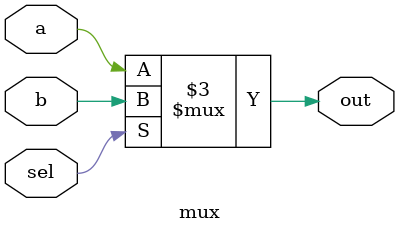
<source format=v>

`timescale 1ns / 100ps

module mux(
    //Todo: define inputs here
	input a,
 	input b, 
	input sel, 
	output reg out
    );
    
    //Todo: define registers and wires here


    //Todo: define your logic here    
	always@(*)
	if(sel)
	#5 out <= b;
	else
	#5 out <= a;            
      
endmodule

</source>
